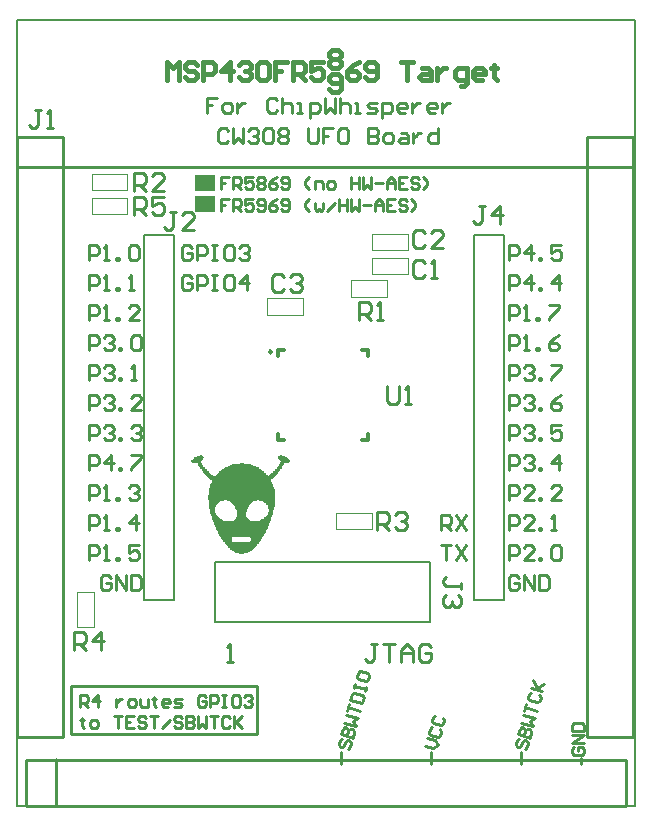
<source format=gto>
G04 Layer_Color=65535*
%FSLAX25Y25*%
%MOIN*%
G70*
G01*
G75*
%ADD18C,0.01000*%
%ADD20C,0.00500*%
%ADD32C,0.00984*%
%ADD33C,0.00394*%
%ADD34C,0.00787*%
%ADD35C,0.01181*%
%ADD36C,0.01500*%
%ADD37R,0.06500X0.05500*%
G36*
X188546Y216741D02*
X189400D01*
Y216527D01*
X189827D01*
Y216314D01*
X190254D01*
Y216100D01*
X190468D01*
Y215886D01*
X190682D01*
Y215673D01*
X190895D01*
Y215459D01*
X191109D01*
Y215246D01*
Y215032D01*
Y214818D01*
Y214605D01*
X190895D01*
Y214391D01*
X189186D01*
Y214177D01*
Y213964D01*
X188973D01*
Y213750D01*
X188759D01*
Y213536D01*
Y213323D01*
X188546D01*
Y213109D01*
Y212895D01*
X188332D01*
Y212682D01*
Y212468D01*
X188118D01*
Y212255D01*
X187905D01*
Y212041D01*
X187691D01*
Y211827D01*
Y211614D01*
X187477D01*
Y211400D01*
X187264D01*
Y211186D01*
X187050D01*
Y210973D01*
Y210759D01*
X186836D01*
Y210545D01*
X186623D01*
Y210332D01*
X186409D01*
Y210118D01*
X186196D01*
Y209905D01*
X185982D01*
Y209691D01*
X185768D01*
Y209477D01*
X185555D01*
Y209264D01*
X185341D01*
Y209050D01*
X184914D01*
Y208836D01*
X184700D01*
Y208623D01*
Y208409D01*
X184914D01*
Y208195D01*
Y207982D01*
X185127D01*
Y207768D01*
Y207555D01*
X185341D01*
Y207341D01*
Y207127D01*
Y206914D01*
X185555D01*
Y206700D01*
Y206486D01*
X185768D01*
Y206273D01*
Y206059D01*
Y205845D01*
Y205632D01*
X185982D01*
Y205418D01*
Y205205D01*
Y204991D01*
Y204777D01*
Y204564D01*
X186196D01*
Y204350D01*
Y204136D01*
Y203923D01*
Y203709D01*
Y203496D01*
Y203282D01*
Y203068D01*
Y202854D01*
Y202641D01*
Y202427D01*
Y202214D01*
Y202000D01*
Y201786D01*
Y201573D01*
Y201359D01*
Y201146D01*
X185982D01*
Y200932D01*
Y200718D01*
Y200504D01*
Y200291D01*
Y200077D01*
Y199864D01*
X185768D01*
Y199650D01*
Y199436D01*
Y199223D01*
Y199009D01*
Y198795D01*
X185555D01*
Y198582D01*
Y198368D01*
Y198154D01*
Y197941D01*
X185341D01*
Y197727D01*
Y197514D01*
Y197300D01*
Y197086D01*
X185127D01*
Y196873D01*
Y196659D01*
Y196446D01*
X184914D01*
Y196232D01*
Y196018D01*
Y195805D01*
Y195591D01*
X184700D01*
Y195377D01*
Y195164D01*
X184486D01*
Y194950D01*
Y194736D01*
Y194523D01*
X184273D01*
Y194309D01*
Y194096D01*
Y193882D01*
X184059D01*
Y193668D01*
Y193455D01*
X183845D01*
Y193241D01*
Y193027D01*
Y192814D01*
X183632D01*
Y192600D01*
Y192386D01*
X183418D01*
Y192173D01*
Y191959D01*
X183204D01*
Y191745D01*
Y191532D01*
X182991D01*
Y191318D01*
Y191104D01*
X182777D01*
Y190891D01*
Y190677D01*
X182564D01*
Y190464D01*
Y190250D01*
X182350D01*
Y190036D01*
X182136D01*
Y189823D01*
Y189609D01*
X181923D01*
Y189395D01*
Y189182D01*
X181709D01*
Y188968D01*
X181495D01*
Y188754D01*
Y188541D01*
X181282D01*
Y188327D01*
X181068D01*
Y188114D01*
Y187900D01*
X180854D01*
Y187686D01*
X180641D01*
Y187473D01*
X180427D01*
Y187259D01*
X180214D01*
Y187046D01*
X180000D01*
Y186832D01*
Y186618D01*
X179786D01*
Y186405D01*
X179573D01*
Y186191D01*
X179359D01*
Y185977D01*
X179146D01*
Y185764D01*
X178718D01*
Y185550D01*
X178505D01*
Y185336D01*
X178291D01*
Y185123D01*
X177864D01*
Y184909D01*
X177650D01*
Y184695D01*
X177223D01*
Y184482D01*
X176582D01*
Y184268D01*
X175941D01*
Y184055D01*
X174232D01*
Y184268D01*
X173377D01*
Y184482D01*
X172950D01*
Y184695D01*
X172523D01*
Y184909D01*
X172096D01*
Y185123D01*
X171882D01*
Y185336D01*
X171455D01*
Y185550D01*
X171241D01*
Y185764D01*
X171027D01*
Y185977D01*
X170814D01*
Y186191D01*
X170600D01*
Y186405D01*
X170386D01*
Y186618D01*
X170173D01*
Y186832D01*
X169959D01*
Y187046D01*
X169746D01*
Y187259D01*
X169532D01*
Y187473D01*
X169318D01*
Y187686D01*
Y187900D01*
X169105D01*
Y188114D01*
X168891D01*
Y188327D01*
X168677D01*
Y188541D01*
Y188754D01*
X168464D01*
Y188968D01*
X168250D01*
Y189182D01*
Y189395D01*
X168036D01*
Y189609D01*
Y189823D01*
X167823D01*
Y190036D01*
X167609D01*
Y190250D01*
Y190464D01*
X167395D01*
Y190677D01*
Y190891D01*
X167182D01*
Y191104D01*
Y191318D01*
X166968D01*
Y191532D01*
Y191745D01*
X166754D01*
Y191959D01*
Y192173D01*
X166541D01*
Y192386D01*
Y192600D01*
X166327D01*
Y192814D01*
Y193027D01*
X166114D01*
Y193241D01*
Y193455D01*
Y193668D01*
X165900D01*
Y193882D01*
Y194096D01*
X165686D01*
Y194309D01*
Y194523D01*
Y194736D01*
X165473D01*
Y194950D01*
Y195164D01*
Y195377D01*
X165259D01*
Y195591D01*
Y195805D01*
Y196018D01*
X165045D01*
Y196232D01*
Y196446D01*
Y196659D01*
X164832D01*
Y196873D01*
Y197086D01*
Y197300D01*
X164618D01*
Y197514D01*
Y197727D01*
Y197941D01*
Y198154D01*
X164404D01*
Y198368D01*
Y198582D01*
Y198795D01*
Y199009D01*
Y199223D01*
X164191D01*
Y199436D01*
Y199650D01*
Y199864D01*
Y200077D01*
Y200291D01*
X163977D01*
Y200504D01*
Y200718D01*
Y200932D01*
Y201146D01*
Y201359D01*
Y201573D01*
Y201786D01*
Y202000D01*
Y202214D01*
X163764D01*
Y202427D01*
Y202641D01*
Y202854D01*
Y203068D01*
Y203282D01*
Y203496D01*
Y203709D01*
X163977D01*
Y203923D01*
Y204136D01*
Y204350D01*
Y204564D01*
Y204777D01*
Y204991D01*
Y205205D01*
X164191D01*
Y205418D01*
Y205632D01*
Y205845D01*
Y206059D01*
X164404D01*
Y206273D01*
Y206486D01*
Y206700D01*
X164618D01*
Y206914D01*
Y207127D01*
Y207341D01*
X164832D01*
Y207555D01*
Y207768D01*
X165045D01*
Y207982D01*
Y208195D01*
X165259D01*
Y208409D01*
X165045D01*
Y208623D01*
X164832D01*
Y208836D01*
X164404D01*
Y209050D01*
X164191D01*
Y209264D01*
X163977D01*
Y209477D01*
X163764D01*
Y209691D01*
X163550D01*
Y209905D01*
X163336D01*
Y210118D01*
X163123D01*
Y210332D01*
X162909D01*
Y210545D01*
X162696D01*
Y210759D01*
X162482D01*
Y210973D01*
X162268D01*
Y211186D01*
Y211400D01*
X162055D01*
Y211614D01*
X161841D01*
Y211827D01*
X161627D01*
Y212041D01*
Y212255D01*
X161414D01*
Y212468D01*
X161200D01*
Y212682D01*
Y212895D01*
X160986D01*
Y213109D01*
X160773D01*
Y213323D01*
Y213536D01*
X160559D01*
Y213750D01*
Y213964D01*
X160345D01*
Y214177D01*
Y214391D01*
X158423D01*
Y214605D01*
Y214818D01*
X158209D01*
Y215032D01*
Y215246D01*
X158423D01*
Y215459D01*
X158636D01*
Y215673D01*
X158850D01*
Y215886D01*
X159064D01*
Y216100D01*
X159277D01*
Y216314D01*
X159704D01*
Y216527D01*
X160132D01*
Y216741D01*
X160986D01*
Y216955D01*
X161841D01*
Y216741D01*
X162268D01*
Y216527D01*
X162482D01*
Y216314D01*
Y216100D01*
X162268D01*
Y215886D01*
Y215673D01*
X162055D01*
Y215459D01*
X161841D01*
Y215246D01*
X161627D01*
Y215032D01*
X161414D01*
Y214818D01*
Y214605D01*
Y214391D01*
X161627D01*
Y214177D01*
X161841D01*
Y213964D01*
Y213750D01*
X162055D01*
Y213536D01*
X162268D01*
Y213323D01*
Y213109D01*
X162482D01*
Y212895D01*
X162696D01*
Y212682D01*
X162909D01*
Y212468D01*
X163123D01*
Y212255D01*
X163336D01*
Y212041D01*
X163550D01*
Y211827D01*
X163764D01*
Y211614D01*
X163977D01*
Y211400D01*
X164191D01*
Y211186D01*
X164404D01*
Y210973D01*
X164618D01*
Y210759D01*
X164832D01*
Y210545D01*
X165259D01*
Y210332D01*
X165473D01*
Y210118D01*
X165900D01*
Y209905D01*
X166327D01*
Y210118D01*
X166541D01*
Y210332D01*
X166754D01*
Y210545D01*
Y210759D01*
X166968D01*
Y210973D01*
X167182D01*
Y211186D01*
X167395D01*
Y211400D01*
X167609D01*
Y211614D01*
X168036D01*
Y211827D01*
X168250D01*
Y212041D01*
X168464D01*
Y212255D01*
X168891D01*
Y212468D01*
X169105D01*
Y212682D01*
X169532D01*
Y212895D01*
X169959D01*
Y213109D01*
X170386D01*
Y213323D01*
X170814D01*
Y213536D01*
X171241D01*
Y213750D01*
X171882D01*
Y213964D01*
X172736D01*
Y214177D01*
X174445D01*
Y214391D01*
X175727D01*
Y214177D01*
X177223D01*
Y213964D01*
X178077D01*
Y213750D01*
X178718D01*
Y213536D01*
X179359D01*
Y213323D01*
X179786D01*
Y213109D01*
X180214D01*
Y212895D01*
X180641D01*
Y212682D01*
X180854D01*
Y212468D01*
X181282D01*
Y212255D01*
X181495D01*
Y212041D01*
X181923D01*
Y211827D01*
X182136D01*
Y211614D01*
X182350D01*
Y211400D01*
X182564D01*
Y211186D01*
X182777D01*
Y210973D01*
X182991D01*
Y210759D01*
X183204D01*
Y210545D01*
X183418D01*
Y210332D01*
X183632D01*
Y210118D01*
X184059D01*
Y210332D01*
X184273D01*
Y210545D01*
X184486D01*
Y210759D01*
X184914D01*
Y210973D01*
X185127D01*
Y211186D01*
X185341D01*
Y211400D01*
X185555D01*
Y211614D01*
X185768D01*
Y211827D01*
X185982D01*
Y212041D01*
X186196D01*
Y212255D01*
X186409D01*
Y212468D01*
X186623D01*
Y212682D01*
X186836D01*
Y212895D01*
X187050D01*
Y213109D01*
Y213323D01*
X187264D01*
Y213536D01*
X187477D01*
Y213750D01*
Y213964D01*
X187691D01*
Y214177D01*
X187905D01*
Y214391D01*
Y214605D01*
X188118D01*
Y214818D01*
Y215032D01*
X187905D01*
Y215246D01*
X187691D01*
Y215459D01*
X187477D01*
Y215673D01*
X187264D01*
Y215886D01*
X187050D01*
Y216100D01*
Y216314D01*
Y216527D01*
X187264D01*
Y216741D01*
X187691D01*
Y216955D01*
X188546D01*
Y216741D01*
D02*
G37*
%LPC*%
G36*
X177864Y189609D02*
X171882D01*
Y189395D01*
Y189182D01*
Y188968D01*
Y188754D01*
Y188541D01*
Y188327D01*
Y188114D01*
X177864D01*
Y188327D01*
X178077D01*
Y188541D01*
Y188754D01*
Y188968D01*
Y189182D01*
Y189395D01*
X177864D01*
Y189609D01*
D02*
G37*
G36*
X169959Y202000D02*
X169105D01*
Y201786D01*
X168250D01*
Y201573D01*
X167823D01*
Y201359D01*
X167609D01*
Y201146D01*
X167182D01*
Y200932D01*
X166968D01*
Y200718D01*
X166754D01*
Y200504D01*
Y200291D01*
X166541D01*
Y200077D01*
X166327D01*
Y199864D01*
Y199650D01*
X166114D01*
Y199436D01*
Y199223D01*
Y199009D01*
Y198795D01*
Y198582D01*
Y198368D01*
Y198154D01*
Y197941D01*
Y197727D01*
X166327D01*
Y197514D01*
Y197300D01*
X166541D01*
Y197086D01*
X166754D01*
Y196873D01*
Y196659D01*
X166968D01*
Y196446D01*
X167182D01*
Y196232D01*
X167395D01*
Y196018D01*
X167823D01*
Y195805D01*
X168036D01*
Y195591D01*
X168464D01*
Y195377D01*
X168891D01*
Y195164D01*
X169532D01*
Y194950D01*
X171882D01*
Y195164D01*
X172523D01*
Y195377D01*
X172736D01*
Y195591D01*
X172950D01*
Y195805D01*
X173164D01*
Y196018D01*
Y196232D01*
X173377D01*
Y196446D01*
Y196659D01*
Y196873D01*
Y197086D01*
Y197300D01*
Y197514D01*
Y197727D01*
Y197941D01*
Y198154D01*
Y198368D01*
Y198582D01*
X173164D01*
Y198795D01*
Y199009D01*
Y199223D01*
X172950D01*
Y199436D01*
Y199650D01*
X172736D01*
Y199864D01*
Y200077D01*
X172523D01*
Y200291D01*
X172309D01*
Y200504D01*
X172096D01*
Y200718D01*
X171882D01*
Y200932D01*
X171668D01*
Y201146D01*
X171455D01*
Y201359D01*
X171241D01*
Y201573D01*
X170814D01*
Y201786D01*
X169959D01*
Y202000D01*
D02*
G37*
G36*
X180854D02*
X180000D01*
Y201786D01*
X179359D01*
Y201573D01*
X178932D01*
Y201359D01*
X178505D01*
Y201146D01*
X178291D01*
Y200932D01*
X178077D01*
Y200718D01*
X177864D01*
Y200504D01*
X177650D01*
Y200291D01*
X177436D01*
Y200077D01*
Y199864D01*
X177223D01*
Y199650D01*
Y199436D01*
X177009D01*
Y199223D01*
Y199009D01*
X176795D01*
Y198795D01*
Y198582D01*
Y198368D01*
Y198154D01*
X176582D01*
Y197941D01*
Y197727D01*
Y197514D01*
Y197300D01*
Y197086D01*
Y196873D01*
Y196659D01*
Y196446D01*
X176795D01*
Y196232D01*
Y196018D01*
X177009D01*
Y195805D01*
X177223D01*
Y195591D01*
X177436D01*
Y195377D01*
X177650D01*
Y195164D01*
X178077D01*
Y194950D01*
X180427D01*
Y195164D01*
X181068D01*
Y195377D01*
X181495D01*
Y195591D01*
X181923D01*
Y195805D01*
X182350D01*
Y196018D01*
X182564D01*
Y196232D01*
X182777D01*
Y196446D01*
X182991D01*
Y196659D01*
X183204D01*
Y196873D01*
X183418D01*
Y197086D01*
X183632D01*
Y197300D01*
Y197514D01*
X183845D01*
Y197727D01*
Y197941D01*
Y198154D01*
X184059D01*
Y198368D01*
Y198582D01*
Y198795D01*
Y199009D01*
Y199223D01*
X183845D01*
Y199436D01*
Y199650D01*
Y199864D01*
X183632D01*
Y200077D01*
Y200291D01*
X183418D01*
Y200504D01*
X183204D01*
Y200718D01*
X182991D01*
Y200932D01*
X182777D01*
Y201146D01*
X182564D01*
Y201359D01*
X182136D01*
Y201573D01*
X181709D01*
Y201786D01*
X180854D01*
Y202000D01*
D02*
G37*
%LPD*%
D18*
X115874Y313000D02*
X290126D01*
Y123000D02*
Y323000D01*
Y123000D02*
X305500D01*
X290126Y323000D02*
X305500D01*
X290126Y313000D02*
X305874D01*
X103000Y100126D02*
X303000D01*
Y115500D01*
X103000D02*
X303000D01*
X103000Y100126D02*
Y115500D01*
X113000Y100126D02*
Y115874D01*
X100126Y123000D02*
Y323000D01*
Y123000D02*
X115500D01*
Y323000D01*
X100126D02*
X115500D01*
X100126Y313000D02*
X115874D01*
X305500Y123000D02*
Y323000D01*
X118000Y140000D02*
X180000D01*
Y124000D02*
Y140000D01*
X118000Y124000D02*
X180000D01*
X118000D02*
Y140000D01*
X208000Y114000D02*
Y118000D01*
X238000Y114000D02*
Y118000D01*
X268000Y114000D02*
Y118000D01*
X288000Y114000D02*
Y116000D01*
X170666Y309697D02*
X168000D01*
Y307698D01*
X169333D01*
X168000D01*
Y305698D01*
X171999D02*
Y309697D01*
X173998D01*
X174664Y309031D01*
Y307698D01*
X173998Y307031D01*
X171999D01*
X173332D02*
X174664Y305698D01*
X178663Y309697D02*
X175997D01*
Y307698D01*
X177330Y308364D01*
X177997D01*
X178663Y307698D01*
Y306365D01*
X177997Y305698D01*
X176664D01*
X175997Y306365D01*
X179996Y309031D02*
X180663Y309697D01*
X181995D01*
X182662Y309031D01*
Y308364D01*
X181995Y307698D01*
X182662Y307031D01*
Y306365D01*
X181995Y305698D01*
X180663D01*
X179996Y306365D01*
Y307031D01*
X180663Y307698D01*
X179996Y308364D01*
Y309031D01*
X180663Y307698D02*
X181995D01*
X186661Y309697D02*
X185328Y309031D01*
X183995Y307698D01*
Y306365D01*
X184661Y305698D01*
X185994D01*
X186661Y306365D01*
Y307031D01*
X185994Y307698D01*
X183995D01*
X187994Y306365D02*
X188660Y305698D01*
X189993D01*
X190659Y306365D01*
Y309031D01*
X189993Y309697D01*
X188660D01*
X187994Y309031D01*
Y308364D01*
X188660Y307698D01*
X190659D01*
X197324Y305698D02*
X195991Y307031D01*
Y308364D01*
X197324Y309697D01*
X199323Y305698D02*
Y308364D01*
X201323D01*
X201989Y307698D01*
Y305698D01*
X203988D02*
X205321D01*
X205988Y306365D01*
Y307698D01*
X205321Y308364D01*
X203988D01*
X203322Y307698D01*
Y306365D01*
X203988Y305698D01*
X211319Y309697D02*
Y305698D01*
Y307698D01*
X213985D01*
Y309697D01*
Y305698D01*
X215318Y309697D02*
Y305698D01*
X216651Y307031D01*
X217984Y305698D01*
Y309697D01*
X219317Y307698D02*
X221983D01*
X223316Y305698D02*
Y308364D01*
X224648Y309697D01*
X225981Y308364D01*
Y305698D01*
Y307698D01*
X223316D01*
X229980Y309697D02*
X227314D01*
Y305698D01*
X229980D01*
X227314Y307698D02*
X228647D01*
X233979Y309031D02*
X233312Y309697D01*
X231979D01*
X231313Y309031D01*
Y308364D01*
X231979Y307698D01*
X233312D01*
X233979Y307031D01*
Y306365D01*
X233312Y305698D01*
X231979D01*
X231313Y306365D01*
X235312Y305698D02*
X236645Y307031D01*
Y308364D01*
X235312Y309697D01*
X170666Y302499D02*
X168000D01*
Y300499D01*
X169333D01*
X168000D01*
Y298500D01*
X171999D02*
Y302499D01*
X173998D01*
X174664Y301832D01*
Y300499D01*
X173998Y299833D01*
X171999D01*
X173332D02*
X174664Y298500D01*
X178663Y302499D02*
X175997D01*
Y300499D01*
X177330Y301166D01*
X177997D01*
X178663Y300499D01*
Y299166D01*
X177997Y298500D01*
X176664D01*
X175997Y299166D01*
X179996D02*
X180663Y298500D01*
X181995D01*
X182662Y299166D01*
Y301832D01*
X181995Y302499D01*
X180663D01*
X179996Y301832D01*
Y301166D01*
X180663Y300499D01*
X182662D01*
X186661Y302499D02*
X185328Y301832D01*
X183995Y300499D01*
Y299166D01*
X184661Y298500D01*
X185994D01*
X186661Y299166D01*
Y299833D01*
X185994Y300499D01*
X183995D01*
X187994Y299166D02*
X188660Y298500D01*
X189993D01*
X190659Y299166D01*
Y301832D01*
X189993Y302499D01*
X188660D01*
X187994Y301832D01*
Y301166D01*
X188660Y300499D01*
X190659D01*
X197324Y298500D02*
X195991Y299833D01*
Y301166D01*
X197324Y302499D01*
X199323Y301166D02*
Y299166D01*
X199990Y298500D01*
X200656Y299166D01*
X201323Y298500D01*
X201989Y299166D01*
Y301166D01*
X203322Y298500D02*
X205988Y301166D01*
X207321Y302499D02*
Y298500D01*
Y300499D01*
X209986D01*
Y302499D01*
Y298500D01*
X211319Y302499D02*
Y298500D01*
X212652Y299833D01*
X213985Y298500D01*
Y302499D01*
X215318Y300499D02*
X217984D01*
X219317Y298500D02*
Y301166D01*
X220650Y302499D01*
X221983Y301166D01*
Y298500D01*
Y300499D01*
X219317D01*
X225981Y302499D02*
X223316D01*
Y298500D01*
X225981D01*
X223316Y300499D02*
X224648D01*
X229980Y301832D02*
X229313Y302499D01*
X227981D01*
X227314Y301832D01*
Y301166D01*
X227981Y300499D01*
X229313D01*
X229980Y299833D01*
Y299166D01*
X229313Y298500D01*
X227981D01*
X227314Y299166D01*
X231313Y298500D02*
X232646Y299833D01*
Y301166D01*
X231313Y302499D01*
X166832Y336063D02*
X163500D01*
Y333563D01*
X165166D01*
X163500D01*
Y331064D01*
X169331D02*
X170998D01*
X171831Y331897D01*
Y333563D01*
X170998Y334397D01*
X169331D01*
X168498Y333563D01*
Y331897D01*
X169331Y331064D01*
X173497Y334397D02*
Y331064D01*
Y332730D01*
X174330Y333563D01*
X175163Y334397D01*
X175996D01*
X186826Y335229D02*
X185993Y336063D01*
X184327D01*
X183493Y335229D01*
Y331897D01*
X184327Y331064D01*
X185993D01*
X186826Y331897D01*
X188492Y336063D02*
Y331064D01*
Y333563D01*
X189325Y334397D01*
X190991D01*
X191824Y333563D01*
Y331064D01*
X193490D02*
X195156D01*
X194323D01*
Y334397D01*
X193490D01*
X197656Y329398D02*
Y334397D01*
X200155D01*
X200988Y333563D01*
Y331897D01*
X200155Y331064D01*
X197656D01*
X202654Y336063D02*
Y331064D01*
X204320Y332730D01*
X205986Y331064D01*
Y336063D01*
X207652D02*
Y331064D01*
Y333563D01*
X208485Y334397D01*
X210152D01*
X210985Y333563D01*
Y331064D01*
X212651D02*
X214317D01*
X213484D01*
Y334397D01*
X212651D01*
X216816Y331064D02*
X219315D01*
X220148Y331897D01*
X219315Y332730D01*
X217649D01*
X216816Y333563D01*
X217649Y334397D01*
X220148D01*
X221814Y329398D02*
Y334397D01*
X224314D01*
X225147Y333563D01*
Y331897D01*
X224314Y331064D01*
X221814D01*
X229312D02*
X227646D01*
X226813Y331897D01*
Y333563D01*
X227646Y334397D01*
X229312D01*
X230145Y333563D01*
Y332730D01*
X226813D01*
X231811Y334397D02*
Y331064D01*
Y332730D01*
X232644Y333563D01*
X233477Y334397D01*
X234310D01*
X239309Y331064D02*
X237643D01*
X236810Y331897D01*
Y333563D01*
X237643Y334397D01*
X239309D01*
X240142Y333563D01*
Y332730D01*
X236810D01*
X241808Y334397D02*
Y331064D01*
Y332730D01*
X242641Y333563D01*
X243474Y334397D01*
X244307D01*
X170581Y325165D02*
X169748Y325998D01*
X168082D01*
X167249Y325165D01*
Y321833D01*
X168082Y321000D01*
X169748D01*
X170581Y321833D01*
X172247Y325998D02*
Y321000D01*
X173913Y322666D01*
X175579Y321000D01*
Y325998D01*
X177245Y325165D02*
X178079Y325998D01*
X179745D01*
X180578Y325165D01*
Y324332D01*
X179745Y323499D01*
X178912D01*
X179745D01*
X180578Y322666D01*
Y321833D01*
X179745Y321000D01*
X178079D01*
X177245Y321833D01*
X182244Y325165D02*
X183077Y325998D01*
X184743D01*
X185576Y325165D01*
Y321833D01*
X184743Y321000D01*
X183077D01*
X182244Y321833D01*
Y325165D01*
X187242D02*
X188075Y325998D01*
X189742D01*
X190575Y325165D01*
Y324332D01*
X189742Y323499D01*
X190575Y322666D01*
Y321833D01*
X189742Y321000D01*
X188075D01*
X187242Y321833D01*
Y322666D01*
X188075Y323499D01*
X187242Y324332D01*
Y325165D01*
X188075Y323499D02*
X189742D01*
X197239Y325998D02*
Y321833D01*
X198072Y321000D01*
X199738D01*
X200571Y321833D01*
Y325998D01*
X205570D02*
X202237D01*
Y323499D01*
X203904D01*
X202237D01*
Y321000D01*
X209735Y325998D02*
X208069D01*
X207236Y325165D01*
Y321833D01*
X208069Y321000D01*
X209735D01*
X210568Y321833D01*
Y325165D01*
X209735Y325998D01*
X217233D02*
Y321000D01*
X219732D01*
X220565Y321833D01*
Y322666D01*
X219732Y323499D01*
X217233D01*
X219732D01*
X220565Y324332D01*
Y325165D01*
X219732Y325998D01*
X217233D01*
X223064Y321000D02*
X224730D01*
X225563Y321833D01*
Y323499D01*
X224730Y324332D01*
X223064D01*
X222231Y323499D01*
Y321833D01*
X223064Y321000D01*
X228062Y324332D02*
X229729D01*
X230562Y323499D01*
Y321000D01*
X228062D01*
X227229Y321833D01*
X228062Y322666D01*
X230562D01*
X232228Y324332D02*
Y321000D01*
Y322666D01*
X233061Y323499D01*
X233894Y324332D01*
X234727D01*
X240558Y325998D02*
Y321000D01*
X238059D01*
X237226Y321833D01*
Y323499D01*
X238059Y324332D01*
X240558D01*
X121000Y133198D02*
Y137197D01*
X122999D01*
X123666Y136531D01*
Y135198D01*
X122999Y134531D01*
X121000D01*
X122333D02*
X123666Y133198D01*
X126998D02*
Y137197D01*
X124999Y135198D01*
X127664D01*
X132996Y135864D02*
Y133198D01*
Y134531D01*
X133663Y135198D01*
X134329Y135864D01*
X134995D01*
X137661Y133198D02*
X138994D01*
X139661Y133865D01*
Y135198D01*
X138994Y135864D01*
X137661D01*
X136995Y135198D01*
Y133865D01*
X137661Y133198D01*
X140994Y135864D02*
Y133865D01*
X141660Y133198D01*
X143659D01*
Y135864D01*
X145659Y136531D02*
Y135864D01*
X144992D01*
X146325D01*
X145659D01*
Y133865D01*
X146325Y133198D01*
X150324D02*
X148991D01*
X148325Y133865D01*
Y135198D01*
X148991Y135864D01*
X150324D01*
X150990Y135198D01*
Y134531D01*
X148325D01*
X152323Y133198D02*
X154323D01*
X154989Y133865D01*
X154323Y134531D01*
X152990D01*
X152323Y135198D01*
X152990Y135864D01*
X154989D01*
X162986Y136531D02*
X162320Y137197D01*
X160987D01*
X160321Y136531D01*
Y133865D01*
X160987Y133198D01*
X162320D01*
X162986Y133865D01*
Y135198D01*
X161653D01*
X164319Y133198D02*
Y137197D01*
X166319D01*
X166985Y136531D01*
Y135198D01*
X166319Y134531D01*
X164319D01*
X168318Y137197D02*
X169651D01*
X168984D01*
Y133198D01*
X168318D01*
X169651D01*
X173650Y137197D02*
X172317D01*
X171650Y136531D01*
Y133865D01*
X172317Y133198D01*
X173650D01*
X174316Y133865D01*
Y136531D01*
X173650Y137197D01*
X175649Y136531D02*
X176315Y137197D01*
X177648D01*
X178315Y136531D01*
Y135864D01*
X177648Y135198D01*
X176982D01*
X177648D01*
X178315Y134531D01*
Y133865D01*
X177648Y133198D01*
X176315D01*
X175649Y133865D01*
X121667Y129332D02*
Y128666D01*
X121000D01*
X122333D01*
X121667D01*
Y126666D01*
X122333Y126000D01*
X124999D02*
X126332D01*
X126998Y126666D01*
Y127999D01*
X126332Y128666D01*
X124999D01*
X124332Y127999D01*
Y126666D01*
X124999Y126000D01*
X132330Y129999D02*
X134995D01*
X133663D01*
Y126000D01*
X138994Y129999D02*
X136328D01*
Y126000D01*
X138994D01*
X136328Y127999D02*
X137661D01*
X142993Y129332D02*
X142326Y129999D01*
X140994D01*
X140327Y129332D01*
Y128666D01*
X140994Y127999D01*
X142326D01*
X142993Y127333D01*
Y126666D01*
X142326Y126000D01*
X140994D01*
X140327Y126666D01*
X144326Y129999D02*
X146992D01*
X145659D01*
Y126000D01*
X148325D02*
X150990Y128666D01*
X154989Y129332D02*
X154323Y129999D01*
X152990D01*
X152323Y129332D01*
Y128666D01*
X152990Y127999D01*
X154323D01*
X154989Y127333D01*
Y126666D01*
X154323Y126000D01*
X152990D01*
X152323Y126666D01*
X156322Y129999D02*
Y126000D01*
X158321D01*
X158988Y126666D01*
Y127333D01*
X158321Y127999D01*
X156322D01*
X158321D01*
X158988Y128666D01*
Y129332D01*
X158321Y129999D01*
X156322D01*
X160321D02*
Y126000D01*
X161653Y127333D01*
X162986Y126000D01*
Y129999D01*
X164319D02*
X166985D01*
X165652D01*
Y126000D01*
X170984Y129332D02*
X170317Y129999D01*
X168984D01*
X168318Y129332D01*
Y126666D01*
X168984Y126000D01*
X170317D01*
X170984Y126666D01*
X172317Y129999D02*
Y126000D01*
Y127333D01*
X174983Y129999D01*
X172983Y127999D01*
X174983Y126000D01*
X139000Y297000D02*
Y302998D01*
X141999D01*
X142999Y301998D01*
Y299999D01*
X141999Y298999D01*
X139000D01*
X140999D02*
X142999Y297000D01*
X148997Y302998D02*
X144998D01*
Y299999D01*
X146997Y300999D01*
X147997D01*
X148997Y299999D01*
Y298000D01*
X147997Y297000D01*
X145998D01*
X144998Y298000D01*
X255999Y299998D02*
X253999D01*
X254999D01*
Y295000D01*
X253999Y294000D01*
X253000D01*
X252000Y295000D01*
X260997Y294000D02*
Y299998D01*
X257998Y296999D01*
X261997D01*
X247998Y172501D02*
Y174501D01*
Y173501D01*
X243000D01*
X242000Y174501D01*
Y175500D01*
X243000Y176500D01*
X246998Y170502D02*
X247998Y169502D01*
Y167503D01*
X246998Y166503D01*
X245999D01*
X244999Y167503D01*
Y168503D01*
Y167503D01*
X243999Y166503D01*
X243000D01*
X242000Y167503D01*
Y169502D01*
X243000Y170502D01*
X152999Y297998D02*
X150999D01*
X151999D01*
Y293000D01*
X150999Y292000D01*
X150000D01*
X149000Y293000D01*
X158997Y292000D02*
X154998D01*
X158997Y295999D01*
Y296998D01*
X157997Y297998D01*
X155998D01*
X154998Y296998D01*
X223500Y240120D02*
Y235122D01*
X224500Y234122D01*
X226499D01*
X227499Y235122D01*
Y240120D01*
X229498Y234122D02*
X231497D01*
X230498D01*
Y240120D01*
X229498Y239120D01*
X220000Y192000D02*
Y197998D01*
X222999D01*
X223999Y196998D01*
Y194999D01*
X222999Y193999D01*
X220000D01*
X221999D02*
X223999Y192000D01*
X225998Y196998D02*
X226998Y197998D01*
X228997D01*
X229997Y196998D01*
Y195999D01*
X228997Y194999D01*
X227997D01*
X228997D01*
X229997Y193999D01*
Y193000D01*
X228997Y192000D01*
X226998D01*
X225998Y193000D01*
X139000Y305000D02*
Y310998D01*
X141999D01*
X142999Y309998D01*
Y307999D01*
X141999Y306999D01*
X139000D01*
X140999D02*
X142999Y305000D01*
X148997D02*
X144998D01*
X148997Y308999D01*
Y309998D01*
X147997Y310998D01*
X145998D01*
X144998Y309998D01*
X214000Y262000D02*
Y267998D01*
X216999D01*
X217999Y266998D01*
Y264999D01*
X216999Y263999D01*
X214000D01*
X215999D02*
X217999Y262000D01*
X219998D02*
X221997D01*
X220998D01*
Y267998D01*
X219998Y266998D01*
X107999Y331998D02*
X105999D01*
X106999D01*
Y327000D01*
X105999Y326000D01*
X105000D01*
X104000Y327000D01*
X109998Y326000D02*
X111997D01*
X110998D01*
Y331998D01*
X109998Y330998D01*
X188999Y276498D02*
X187999Y277498D01*
X186000D01*
X185000Y276498D01*
Y272500D01*
X186000Y271500D01*
X187999D01*
X188999Y272500D01*
X190998Y276498D02*
X191998Y277498D01*
X193997D01*
X194997Y276498D01*
Y275499D01*
X193997Y274499D01*
X192997D01*
X193997D01*
X194997Y273499D01*
Y272500D01*
X193997Y271500D01*
X191998D01*
X190998Y272500D01*
X235999Y290998D02*
X234999Y291998D01*
X233000D01*
X232000Y290998D01*
Y287000D01*
X233000Y286000D01*
X234999D01*
X235999Y287000D01*
X241997Y286000D02*
X237998D01*
X241997Y289999D01*
Y290998D01*
X240997Y291998D01*
X238998D01*
X237998Y290998D01*
X235999Y280998D02*
X234999Y281998D01*
X233000D01*
X232000Y280998D01*
Y277000D01*
X233000Y276000D01*
X234999D01*
X235999Y277000D01*
X237998Y276000D02*
X239997D01*
X238998D01*
Y281998D01*
X237998Y280998D01*
X119000Y152000D02*
Y157998D01*
X121999D01*
X122999Y156998D01*
Y154999D01*
X121999Y153999D01*
X119000D01*
X120999D02*
X122999Y152000D01*
X127997D02*
Y157998D01*
X124998Y154999D01*
X128997D01*
X131332Y176165D02*
X130499Y176998D01*
X128833D01*
X128000Y176165D01*
Y172833D01*
X128833Y172000D01*
X130499D01*
X131332Y172833D01*
Y174499D01*
X129666D01*
X132998Y172000D02*
Y176998D01*
X136331Y172000D01*
Y176998D01*
X137997D02*
Y172000D01*
X140496D01*
X141329Y172833D01*
Y176165D01*
X140496Y176998D01*
X137997D01*
X124000Y182000D02*
Y186998D01*
X126499D01*
X127332Y186165D01*
Y184499D01*
X126499Y183666D01*
X124000D01*
X128998Y182000D02*
X130665D01*
X129831D01*
Y186998D01*
X128998Y186165D01*
X133164Y182000D02*
Y182833D01*
X133997D01*
Y182000D01*
X133164D01*
X140661Y186998D02*
X137329D01*
Y184499D01*
X138995Y185332D01*
X139828D01*
X140661Y184499D01*
Y182833D01*
X139828Y182000D01*
X138162D01*
X137329Y182833D01*
X124000Y192000D02*
Y196998D01*
X126499D01*
X127332Y196165D01*
Y194499D01*
X126499Y193666D01*
X124000D01*
X128998Y192000D02*
X130665D01*
X129831D01*
Y196998D01*
X128998Y196165D01*
X133164Y192000D02*
Y192833D01*
X133997D01*
Y192000D01*
X133164D01*
X139828D02*
Y196998D01*
X137329Y194499D01*
X140661D01*
X124000Y202000D02*
Y206998D01*
X126499D01*
X127332Y206165D01*
Y204499D01*
X126499Y203666D01*
X124000D01*
X128998Y202000D02*
X130665D01*
X129831D01*
Y206998D01*
X128998Y206165D01*
X133164Y202000D02*
Y202833D01*
X133997D01*
Y202000D01*
X133164D01*
X137329Y206165D02*
X138162Y206998D01*
X139828D01*
X140661Y206165D01*
Y205332D01*
X139828Y204499D01*
X138995D01*
X139828D01*
X140661Y203666D01*
Y202833D01*
X139828Y202000D01*
X138162D01*
X137329Y202833D01*
X124000Y212000D02*
Y216998D01*
X126499D01*
X127332Y216165D01*
Y214499D01*
X126499Y213666D01*
X124000D01*
X131498Y212000D02*
Y216998D01*
X128998Y214499D01*
X132331D01*
X133997Y212000D02*
Y212833D01*
X134830D01*
Y212000D01*
X133997D01*
X138162Y216998D02*
X141494D01*
Y216165D01*
X138162Y212833D01*
Y212000D01*
X124000Y222000D02*
Y226998D01*
X126499D01*
X127332Y226165D01*
Y224499D01*
X126499Y223666D01*
X124000D01*
X128998Y226165D02*
X129831Y226998D01*
X131498D01*
X132331Y226165D01*
Y225332D01*
X131498Y224499D01*
X130665D01*
X131498D01*
X132331Y223666D01*
Y222833D01*
X131498Y222000D01*
X129831D01*
X128998Y222833D01*
X133997Y222000D02*
Y222833D01*
X134830D01*
Y222000D01*
X133997D01*
X138162Y226165D02*
X138995Y226998D01*
X140661D01*
X141494Y226165D01*
Y225332D01*
X140661Y224499D01*
X139828D01*
X140661D01*
X141494Y223666D01*
Y222833D01*
X140661Y222000D01*
X138995D01*
X138162Y222833D01*
X124000Y232000D02*
Y236998D01*
X126499D01*
X127332Y236165D01*
Y234499D01*
X126499Y233666D01*
X124000D01*
X128998Y236165D02*
X129831Y236998D01*
X131498D01*
X132331Y236165D01*
Y235332D01*
X131498Y234499D01*
X130665D01*
X131498D01*
X132331Y233666D01*
Y232833D01*
X131498Y232000D01*
X129831D01*
X128998Y232833D01*
X133997Y232000D02*
Y232833D01*
X134830D01*
Y232000D01*
X133997D01*
X141494D02*
X138162D01*
X141494Y235332D01*
Y236165D01*
X140661Y236998D01*
X138995D01*
X138162Y236165D01*
X124000Y242000D02*
Y246998D01*
X126499D01*
X127332Y246165D01*
Y244499D01*
X126499Y243666D01*
X124000D01*
X128998Y246165D02*
X129831Y246998D01*
X131498D01*
X132331Y246165D01*
Y245332D01*
X131498Y244499D01*
X130665D01*
X131498D01*
X132331Y243666D01*
Y242833D01*
X131498Y242000D01*
X129831D01*
X128998Y242833D01*
X133997Y242000D02*
Y242833D01*
X134830D01*
Y242000D01*
X133997D01*
X138162D02*
X139828D01*
X138995D01*
Y246998D01*
X138162Y246165D01*
X124000Y252000D02*
Y256998D01*
X126499D01*
X127332Y256165D01*
Y254499D01*
X126499Y253666D01*
X124000D01*
X128998Y256165D02*
X129831Y256998D01*
X131498D01*
X132331Y256165D01*
Y255332D01*
X131498Y254499D01*
X130665D01*
X131498D01*
X132331Y253666D01*
Y252833D01*
X131498Y252000D01*
X129831D01*
X128998Y252833D01*
X133997Y252000D02*
Y252833D01*
X134830D01*
Y252000D01*
X133997D01*
X138162Y256165D02*
X138995Y256998D01*
X140661D01*
X141494Y256165D01*
Y252833D01*
X140661Y252000D01*
X138995D01*
X138162Y252833D01*
Y256165D01*
X124000Y262000D02*
Y266998D01*
X126499D01*
X127332Y266165D01*
Y264499D01*
X126499Y263666D01*
X124000D01*
X128998Y262000D02*
X130665D01*
X129831D01*
Y266998D01*
X128998Y266165D01*
X133164Y262000D02*
Y262833D01*
X133997D01*
Y262000D01*
X133164D01*
X140661D02*
X137329D01*
X140661Y265332D01*
Y266165D01*
X139828Y266998D01*
X138162D01*
X137329Y266165D01*
X124000Y272000D02*
Y276998D01*
X126499D01*
X127332Y276165D01*
Y274499D01*
X126499Y273666D01*
X124000D01*
X128998Y272000D02*
X130665D01*
X129831D01*
Y276998D01*
X128998Y276165D01*
X133164Y272000D02*
Y272833D01*
X133997D01*
Y272000D01*
X133164D01*
X137329D02*
X138995D01*
X138162D01*
Y276998D01*
X137329Y276165D01*
X124000Y282000D02*
Y286998D01*
X126499D01*
X127332Y286165D01*
Y284499D01*
X126499Y283666D01*
X124000D01*
X128998Y282000D02*
X130665D01*
X129831D01*
Y286998D01*
X128998Y286165D01*
X133164Y282000D02*
Y282833D01*
X133997D01*
Y282000D01*
X133164D01*
X137329Y286165D02*
X138162Y286998D01*
X139828D01*
X140661Y286165D01*
Y282833D01*
X139828Y282000D01*
X138162D01*
X137329Y282833D01*
Y286165D01*
X267332Y176165D02*
X266499Y176998D01*
X264833D01*
X264000Y176165D01*
Y172833D01*
X264833Y172000D01*
X266499D01*
X267332Y172833D01*
Y174499D01*
X265666D01*
X268998Y172000D02*
Y176998D01*
X272331Y172000D01*
Y176998D01*
X273997D02*
Y172000D01*
X276496D01*
X277329Y172833D01*
Y176165D01*
X276496Y176998D01*
X273997D01*
X264000Y182000D02*
Y186998D01*
X266499D01*
X267332Y186165D01*
Y184499D01*
X266499Y183666D01*
X264000D01*
X272331Y182000D02*
X268998D01*
X272331Y185332D01*
Y186165D01*
X271498Y186998D01*
X269831D01*
X268998Y186165D01*
X273997Y182000D02*
Y182833D01*
X274830D01*
Y182000D01*
X273997D01*
X278162Y186165D02*
X278995Y186998D01*
X280661D01*
X281494Y186165D01*
Y182833D01*
X280661Y182000D01*
X278995D01*
X278162Y182833D01*
Y186165D01*
X264000Y192000D02*
Y196998D01*
X266499D01*
X267332Y196165D01*
Y194499D01*
X266499Y193666D01*
X264000D01*
X272331Y192000D02*
X268998D01*
X272331Y195332D01*
Y196165D01*
X271498Y196998D01*
X269831D01*
X268998Y196165D01*
X273997Y192000D02*
Y192833D01*
X274830D01*
Y192000D01*
X273997D01*
X278162D02*
X279828D01*
X278995D01*
Y196998D01*
X278162Y196165D01*
X264000Y202000D02*
Y206998D01*
X266499D01*
X267332Y206165D01*
Y204499D01*
X266499Y203666D01*
X264000D01*
X272331Y202000D02*
X268998D01*
X272331Y205332D01*
Y206165D01*
X271498Y206998D01*
X269831D01*
X268998Y206165D01*
X273997Y202000D02*
Y202833D01*
X274830D01*
Y202000D01*
X273997D01*
X281494D02*
X278162D01*
X281494Y205332D01*
Y206165D01*
X280661Y206998D01*
X278995D01*
X278162Y206165D01*
X264000Y212000D02*
Y216998D01*
X266499D01*
X267332Y216165D01*
Y214499D01*
X266499Y213666D01*
X264000D01*
X268998Y216165D02*
X269831Y216998D01*
X271498D01*
X272331Y216165D01*
Y215332D01*
X271498Y214499D01*
X270665D01*
X271498D01*
X272331Y213666D01*
Y212833D01*
X271498Y212000D01*
X269831D01*
X268998Y212833D01*
X273997Y212000D02*
Y212833D01*
X274830D01*
Y212000D01*
X273997D01*
X280661D02*
Y216998D01*
X278162Y214499D01*
X281494D01*
X264000Y222000D02*
Y226998D01*
X266499D01*
X267332Y226165D01*
Y224499D01*
X266499Y223666D01*
X264000D01*
X268998Y226165D02*
X269831Y226998D01*
X271498D01*
X272331Y226165D01*
Y225332D01*
X271498Y224499D01*
X270665D01*
X271498D01*
X272331Y223666D01*
Y222833D01*
X271498Y222000D01*
X269831D01*
X268998Y222833D01*
X273997Y222000D02*
Y222833D01*
X274830D01*
Y222000D01*
X273997D01*
X281494Y226998D02*
X278162D01*
Y224499D01*
X279828Y225332D01*
X280661D01*
X281494Y224499D01*
Y222833D01*
X280661Y222000D01*
X278995D01*
X278162Y222833D01*
X264000Y232000D02*
Y236998D01*
X266499D01*
X267332Y236165D01*
Y234499D01*
X266499Y233666D01*
X264000D01*
X268998Y236165D02*
X269831Y236998D01*
X271498D01*
X272331Y236165D01*
Y235332D01*
X271498Y234499D01*
X270665D01*
X271498D01*
X272331Y233666D01*
Y232833D01*
X271498Y232000D01*
X269831D01*
X268998Y232833D01*
X273997Y232000D02*
Y232833D01*
X274830D01*
Y232000D01*
X273997D01*
X281494Y236998D02*
X279828Y236165D01*
X278162Y234499D01*
Y232833D01*
X278995Y232000D01*
X280661D01*
X281494Y232833D01*
Y233666D01*
X280661Y234499D01*
X278162D01*
X264000Y242000D02*
Y246998D01*
X266499D01*
X267332Y246165D01*
Y244499D01*
X266499Y243666D01*
X264000D01*
X268998Y246165D02*
X269831Y246998D01*
X271498D01*
X272331Y246165D01*
Y245332D01*
X271498Y244499D01*
X270665D01*
X271498D01*
X272331Y243666D01*
Y242833D01*
X271498Y242000D01*
X269831D01*
X268998Y242833D01*
X273997Y242000D02*
Y242833D01*
X274830D01*
Y242000D01*
X273997D01*
X278162Y246998D02*
X281494D01*
Y246165D01*
X278162Y242833D01*
Y242000D01*
X264000Y252000D02*
Y256998D01*
X266499D01*
X267332Y256165D01*
Y254499D01*
X266499Y253666D01*
X264000D01*
X268998Y252000D02*
X270665D01*
X269831D01*
Y256998D01*
X268998Y256165D01*
X273164Y252000D02*
Y252833D01*
X273997D01*
Y252000D01*
X273164D01*
X280661Y256998D02*
X278995Y256165D01*
X277329Y254499D01*
Y252833D01*
X278162Y252000D01*
X279828D01*
X280661Y252833D01*
Y253666D01*
X279828Y254499D01*
X277329D01*
X264000Y262000D02*
Y266998D01*
X266499D01*
X267332Y266165D01*
Y264499D01*
X266499Y263666D01*
X264000D01*
X268998Y262000D02*
X270665D01*
X269831D01*
Y266998D01*
X268998Y266165D01*
X273164Y262000D02*
Y262833D01*
X273997D01*
Y262000D01*
X273164D01*
X277329Y266998D02*
X280661D01*
Y266165D01*
X277329Y262833D01*
Y262000D01*
X264000Y272000D02*
Y276998D01*
X266499D01*
X267332Y276165D01*
Y274499D01*
X266499Y273666D01*
X264000D01*
X271498Y272000D02*
Y276998D01*
X268998Y274499D01*
X272331D01*
X273997Y272000D02*
Y272833D01*
X274830D01*
Y272000D01*
X273997D01*
X280661D02*
Y276998D01*
X278162Y274499D01*
X281494D01*
X264000Y282000D02*
Y286998D01*
X266499D01*
X267332Y286165D01*
Y284499D01*
X266499Y283666D01*
X264000D01*
X271498Y282000D02*
Y286998D01*
X268998Y284499D01*
X272331D01*
X273997Y282000D02*
Y282833D01*
X274830D01*
Y282000D01*
X273997D01*
X281494Y286998D02*
X278162D01*
Y284499D01*
X279828Y285332D01*
X280661D01*
X281494Y284499D01*
Y282833D01*
X280661Y282000D01*
X278995D01*
X278162Y282833D01*
X170000Y148000D02*
X171999D01*
X171000D01*
Y153998D01*
X170000Y152998D01*
X219999Y153998D02*
X217999D01*
X218999D01*
Y149000D01*
X217999Y148000D01*
X217000D01*
X216000Y149000D01*
X221998Y153998D02*
X225997D01*
X223997D01*
Y148000D01*
X227996D02*
Y151999D01*
X229995Y153998D01*
X231995Y151999D01*
Y148000D01*
Y150999D01*
X227996D01*
X237993Y152998D02*
X236993Y153998D01*
X234994D01*
X233994Y152998D01*
Y149000D01*
X234994Y148000D01*
X236993D01*
X237993Y149000D01*
Y150999D01*
X235994D01*
X241500Y192000D02*
Y196998D01*
X243999D01*
X244832Y196165D01*
Y194499D01*
X243999Y193666D01*
X241500D01*
X243166D02*
X244832Y192000D01*
X246498Y196998D02*
X249831Y192000D01*
Y196998D02*
X246498Y192000D01*
X241500Y186998D02*
X244832D01*
X243166D01*
Y182000D01*
X246498Y186998D02*
X249831Y182000D01*
Y186998D02*
X246498Y182000D01*
X158332Y286165D02*
X157499Y286998D01*
X155833D01*
X155000Y286165D01*
Y282833D01*
X155833Y282000D01*
X157499D01*
X158332Y282833D01*
Y284499D01*
X156666D01*
X159998Y282000D02*
Y286998D01*
X162498D01*
X163331Y286165D01*
Y284499D01*
X162498Y283666D01*
X159998D01*
X164997Y286998D02*
X166663D01*
X165830D01*
Y282000D01*
X164997D01*
X166663D01*
X171661Y286998D02*
X169995D01*
X169162Y286165D01*
Y282833D01*
X169995Y282000D01*
X171661D01*
X172494Y282833D01*
Y286165D01*
X171661Y286998D01*
X174161Y286165D02*
X174994Y286998D01*
X176660D01*
X177493Y286165D01*
Y285332D01*
X176660Y284499D01*
X175827D01*
X176660D01*
X177493Y283666D01*
Y282833D01*
X176660Y282000D01*
X174994D01*
X174161Y282833D01*
X158332Y276165D02*
X157499Y276998D01*
X155833D01*
X155000Y276165D01*
Y272833D01*
X155833Y272000D01*
X157499D01*
X158332Y272833D01*
Y274499D01*
X156666D01*
X159998Y272000D02*
Y276998D01*
X162498D01*
X163331Y276165D01*
Y274499D01*
X162498Y273666D01*
X159998D01*
X164997Y276998D02*
X166663D01*
X165830D01*
Y272000D01*
X164997D01*
X166663D01*
X171661Y276998D02*
X169995D01*
X169162Y276165D01*
Y272833D01*
X169995Y272000D01*
X171661D01*
X172494Y272833D01*
Y276165D01*
X171661Y276998D01*
X176660Y272000D02*
Y276998D01*
X174161Y274499D01*
X177493D01*
X267471Y122437D02*
X266655Y121966D01*
X266310Y120679D01*
X266781Y119862D01*
X267425Y119690D01*
X268241Y120161D01*
X268586Y121449D01*
X269403Y121920D01*
X270046Y121748D01*
X270517Y120931D01*
X270173Y119644D01*
X269356Y119173D01*
X267173Y123897D02*
X271035Y122863D01*
X271552Y124794D01*
X271081Y125610D01*
X270437Y125782D01*
X269621Y125311D01*
X269104Y123380D01*
X269621Y125311D01*
X269150Y126127D01*
X268506Y126300D01*
X267690Y125829D01*
X267173Y123897D01*
X268207Y127760D02*
X272070Y126725D01*
X271127Y128357D01*
X272760Y129300D01*
X268897Y130335D01*
X269242Y131622D02*
X269932Y134197D01*
X269587Y132910D01*
X273450Y131875D01*
X271611Y137887D02*
X270795Y137416D01*
X270450Y136128D01*
X270921Y135312D01*
X273496Y134622D01*
X274312Y135094D01*
X274657Y136381D01*
X274186Y137197D01*
X271312Y139347D02*
X275175Y138312D01*
X273887Y138657D01*
X272002Y141922D01*
X273416Y139473D01*
X275865Y140887D01*
X208471Y122437D02*
X207655Y121966D01*
X207310Y120679D01*
X207781Y119862D01*
X208425Y119690D01*
X209241Y120161D01*
X209586Y121449D01*
X210402Y121920D01*
X211046Y121748D01*
X211518Y120931D01*
X211173Y119644D01*
X210356Y119173D01*
X208172Y123897D02*
X212035Y122863D01*
X212552Y124794D01*
X212081Y125610D01*
X211437Y125782D01*
X210621Y125311D01*
X210104Y123380D01*
X210621Y125311D01*
X210150Y126127D01*
X209506Y126300D01*
X208690Y125829D01*
X208172Y123897D01*
X209207Y127760D02*
X213070Y126725D01*
X212127Y128357D01*
X213760Y129300D01*
X209897Y130335D01*
X210242Y131622D02*
X210932Y134197D01*
X210587Y132910D01*
X214450Y131875D01*
X211277Y135485D02*
X215140Y134450D01*
X215657Y136381D01*
X215186Y137197D01*
X212611Y137887D01*
X211795Y137416D01*
X211277Y135485D01*
X212312Y139347D02*
X212657Y140635D01*
X212485Y139991D01*
X216347Y138956D01*
X216175Y138312D01*
X216520Y139600D01*
X213692Y144497D02*
X213347Y143210D01*
X213818Y142394D01*
X216393Y141703D01*
X217210Y142175D01*
X217555Y143462D01*
X217083Y144279D01*
X214508Y144968D01*
X213692Y144497D01*
X236138Y120035D02*
X238713Y119345D01*
X240345Y120288D01*
X239403Y121920D01*
X236827Y122610D01*
X238506Y126300D02*
X237690Y125829D01*
X237345Y124541D01*
X237816Y123725D01*
X240391Y123035D01*
X241207Y123506D01*
X241552Y124794D01*
X241081Y125610D01*
X239541Y130162D02*
X238725Y129691D01*
X238380Y128404D01*
X238851Y127587D01*
X241426Y126897D01*
X242242Y127369D01*
X242587Y128656D01*
X242116Y129472D01*
X285668Y119666D02*
X285001Y118999D01*
Y117666D01*
X285668Y117000D01*
X288334D01*
X289000Y117666D01*
Y118999D01*
X288334Y119666D01*
X287001D01*
Y118333D01*
X289000Y120999D02*
X285001D01*
X289000Y123664D01*
X285001D01*
Y124997D02*
X289000D01*
Y126997D01*
X288334Y127663D01*
X285668D01*
X285001Y126997D01*
Y124997D01*
D20*
X100000Y100000D02*
X306000D01*
Y362000D01*
X100000D02*
X306000D01*
X100000Y100000D02*
Y362000D01*
D32*
X185083Y251445D02*
G03*
X185083Y251445I-492J0D01*
G01*
D33*
X125094Y302756D02*
X136906D01*
X125094Y297244D02*
X136906D01*
X125094D02*
Y302756D01*
X136906Y297244D02*
Y302756D01*
X183595Y263744D02*
X195405D01*
X183595Y269256D02*
X195405D01*
Y263744D02*
Y269256D01*
X183595Y263744D02*
Y269256D01*
X218595Y285244D02*
X230405D01*
X218595Y290756D02*
X230405D01*
Y285244D02*
Y290756D01*
X218595Y285244D02*
Y290756D01*
Y277244D02*
X230405D01*
X218595Y282756D02*
X230405D01*
Y277244D02*
Y282756D01*
X218595Y277244D02*
Y282756D01*
X211595Y275256D02*
X223406D01*
X211595Y269744D02*
X223406D01*
X211595D02*
Y275256D01*
X223406Y269744D02*
Y275256D01*
X125094Y310756D02*
X136906D01*
X125094Y305244D02*
X136906D01*
X125094D02*
Y310756D01*
X136906Y305244D02*
Y310756D01*
X206594Y192244D02*
X218406D01*
X206594Y197756D02*
X218406D01*
Y192244D02*
Y197756D01*
X206594Y192244D02*
Y197756D01*
X120244Y171405D02*
X125756D01*
X120244Y159595D02*
X125756D01*
Y171405D01*
X120244Y159595D02*
Y171405D01*
D34*
X252600Y168752D02*
X262400D01*
X252600Y290248D02*
X262400D01*
X252600Y168752D02*
Y290248D01*
X262400Y168752D02*
Y290248D01*
X142600Y168752D02*
X152400D01*
X142600Y290248D02*
X152400D01*
X142600Y168752D02*
Y290248D01*
X152400Y168752D02*
Y290248D01*
X166252Y181500D02*
X237748D01*
X166252Y161500D02*
Y181500D01*
Y161500D02*
X237748D01*
Y181500D01*
D35*
X187150Y222114D02*
X189020D01*
X187150D02*
Y223984D01*
X215201Y222114D02*
X217071D01*
Y223984D01*
Y250165D02*
Y252035D01*
X215201D02*
X217071D01*
X187150D02*
X189020D01*
X187150Y250165D02*
Y252035D01*
D36*
X204000Y339000D02*
X205000Y338000D01*
X206999D01*
X207999Y339000D01*
Y342998D01*
X206999Y343998D01*
X205000D01*
X204000Y342998D01*
Y341999D01*
X205000Y340999D01*
X207999D01*
X204000Y350998D02*
X205000Y351998D01*
X206999D01*
X207999Y350998D01*
Y349999D01*
X206999Y348999D01*
X207999Y347999D01*
Y347000D01*
X206999Y346000D01*
X205000D01*
X204000Y347000D01*
Y347999D01*
X205000Y348999D01*
X204000Y349999D01*
Y350998D01*
X205000Y348999D02*
X206999D01*
X150000Y342000D02*
Y347998D01*
X151999Y345999D01*
X153999Y347998D01*
Y342000D01*
X159997Y346998D02*
X158997Y347998D01*
X156998D01*
X155998Y346998D01*
Y345999D01*
X156998Y344999D01*
X158997D01*
X159997Y343999D01*
Y343000D01*
X158997Y342000D01*
X156998D01*
X155998Y343000D01*
X161996Y342000D02*
Y347998D01*
X164995D01*
X165995Y346998D01*
Y344999D01*
X164995Y343999D01*
X161996D01*
X170993Y342000D02*
Y347998D01*
X167994Y344999D01*
X171993D01*
X173992Y346998D02*
X174992Y347998D01*
X176991D01*
X177991Y346998D01*
Y345999D01*
X176991Y344999D01*
X175992D01*
X176991D01*
X177991Y343999D01*
Y343000D01*
X176991Y342000D01*
X174992D01*
X173992Y343000D01*
X179990Y346998D02*
X180990Y347998D01*
X182989D01*
X183989Y346998D01*
Y343000D01*
X182989Y342000D01*
X180990D01*
X179990Y343000D01*
Y346998D01*
X189987Y347998D02*
X185988D01*
Y344999D01*
X187988D01*
X185988D01*
Y342000D01*
X191986D02*
Y347998D01*
X194985D01*
X195985Y346998D01*
Y344999D01*
X194985Y343999D01*
X191986D01*
X193986D02*
X195985Y342000D01*
X201983Y347998D02*
X197985D01*
Y344999D01*
X199984Y345999D01*
X200984D01*
X201983Y344999D01*
Y343000D01*
X200984Y342000D01*
X198984D01*
X197985Y343000D01*
X213979Y347998D02*
X211980Y346998D01*
X209981Y344999D01*
Y343000D01*
X210980Y342000D01*
X212980D01*
X213979Y343000D01*
Y343999D01*
X212980Y344999D01*
X209981D01*
X215979Y343000D02*
X216978Y342000D01*
X218978D01*
X219977Y343000D01*
Y346998D01*
X218978Y347998D01*
X216978D01*
X215979Y346998D01*
Y345999D01*
X216978Y344999D01*
X219977D01*
X227975Y347998D02*
X231974D01*
X229974D01*
Y342000D01*
X234973Y345999D02*
X236972D01*
X237971Y344999D01*
Y342000D01*
X234973D01*
X233973Y343000D01*
X234973Y343999D01*
X237971D01*
X239971Y345999D02*
Y342000D01*
Y343999D01*
X240971Y344999D01*
X241970Y345999D01*
X242970D01*
X247968Y340001D02*
X248968D01*
X249968Y341000D01*
Y345999D01*
X246969D01*
X245969Y344999D01*
Y343000D01*
X246969Y342000D01*
X249968D01*
X254966D02*
X252967D01*
X251967Y343000D01*
Y344999D01*
X252967Y345999D01*
X254966D01*
X255966Y344999D01*
Y343999D01*
X251967D01*
X258965Y346998D02*
Y345999D01*
X257965D01*
X259964D01*
X258965D01*
Y343000D01*
X259964Y342000D01*
D37*
X162750Y300750D02*
D03*
Y307750D02*
D03*
M02*

</source>
